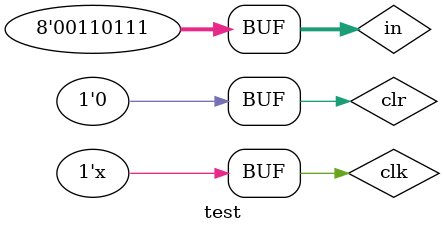
<source format=v>
`timescale 1ns / 1ps


module test;

	// Inputs
	reg [7:0] in;
	reg clk;
	reg clr;

	// Outputs
	wire out_judge;
	wire [31:0] out_result;

	// Instantiate the Unit Under Test (UUT)
	string_and_calculate uut (
		.in(in), 
		.clk(clk), 
		.clr(clr), 
		.out_judge(out_judge), 
		.out_result(out_result)
	);

	initial begin
		// Initialize Inputs
		in = 0;
		clk = 0;
		clr = 0;
		#10;
		in="6";
		#10;
		in="*";
		#10;
		in="9";
		#10;
		in="0";
		#10;
		in="+";
		#10;
		in="8";
		#6;
		clr=1;
		#1;
		clr=0;
		#3;
		in="6";
		#10;
		in="5";
		#10;
		in="*";
		#10;
		in="4";
		#10;
		in="+";
		#10;
		in="7";
		
		
	end
     always #5 clk=~clk;
endmodule


</source>
